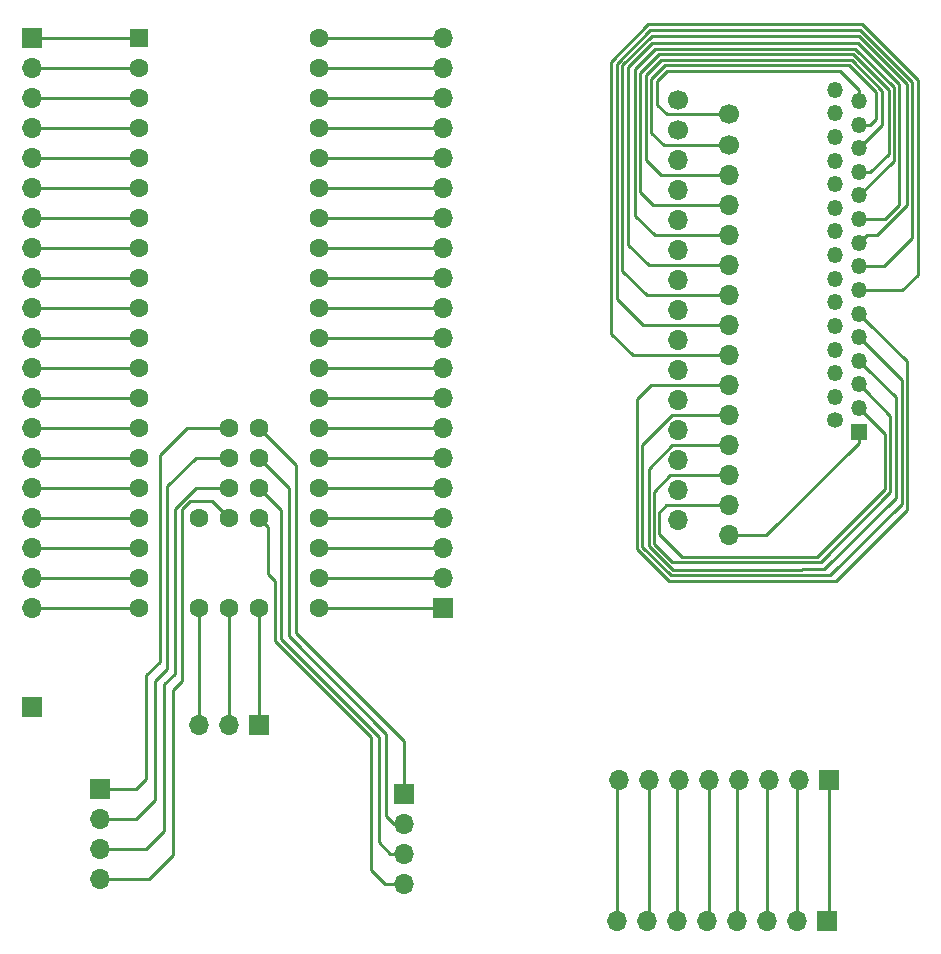
<source format=gbr>
G04 #@! TF.GenerationSoftware,KiCad,Pcbnew,(5.0.0-3-g5ebb6b6)*
G04 #@! TF.CreationDate,2020-04-03T01:15:25-07:00*
G04 #@! TF.ProjectId,keyboard,6B6579626F6172642E6B696361645F70,rev?*
G04 #@! TF.SameCoordinates,Original*
G04 #@! TF.FileFunction,Copper,L2,Bot,Signal*
G04 #@! TF.FilePolarity,Positive*
%FSLAX46Y46*%
G04 Gerber Fmt 4.6, Leading zero omitted, Abs format (unit mm)*
G04 Created by KiCad (PCBNEW (5.0.0-3-g5ebb6b6)) date Friday, April 03, 2020 at 01:15:25 AM*
%MOMM*%
%LPD*%
G01*
G04 APERTURE LIST*
G04 #@! TA.AperFunction,ComponentPad*
%ADD10R,1.700000X1.700000*%
G04 #@! TD*
G04 #@! TA.AperFunction,ComponentPad*
%ADD11O,1.700000X1.700000*%
G04 #@! TD*
G04 #@! TA.AperFunction,ComponentPad*
%ADD12C,1.600000*%
G04 #@! TD*
G04 #@! TA.AperFunction,ComponentPad*
%ADD13R,1.600000X1.600000*%
G04 #@! TD*
G04 #@! TA.AperFunction,ComponentPad*
%ADD14O,1.350000X1.350000*%
G04 #@! TD*
G04 #@! TA.AperFunction,ComponentPad*
%ADD15R,1.350000X1.350000*%
G04 #@! TD*
G04 #@! TA.AperFunction,ComponentPad*
%ADD16C,1.350000*%
G04 #@! TD*
G04 #@! TA.AperFunction,ComponentPad*
%ADD17C,1.700000*%
G04 #@! TD*
G04 #@! TA.AperFunction,Conductor*
%ADD18C,0.250000*%
G04 #@! TD*
G04 APERTURE END LIST*
D10*
G04 #@! TO.P,J2,1*
G04 #@! TO.N,Net-(J2-Pad1)*
X252349000Y-122809000D03*
D11*
G04 #@! TO.P,J2,2*
G04 #@! TO.N,Net-(J2-Pad2)*
X249809000Y-122809000D03*
G04 #@! TO.P,J2,3*
G04 #@! TO.N,Net-(J2-Pad3)*
X247269000Y-122809000D03*
G04 #@! TO.P,J2,4*
G04 #@! TO.N,Net-(J2-Pad4)*
X244729000Y-122809000D03*
G04 #@! TO.P,J2,5*
G04 #@! TO.N,Net-(J2-Pad5)*
X242189000Y-122809000D03*
G04 #@! TO.P,J2,6*
G04 #@! TO.N,Net-(J2-Pad6)*
X239649000Y-122809000D03*
G04 #@! TO.P,J2,7*
G04 #@! TO.N,Net-(J2-Pad7)*
X237109000Y-122809000D03*
G04 #@! TO.P,J2,8*
G04 #@! TO.N,Net-(J2-Pad8)*
X234569000Y-122809000D03*
G04 #@! TD*
D10*
G04 #@! TO.P,J8,1*
G04 #@! TO.N,Net-(J2-Pad1)*
X252222000Y-134747000D03*
D11*
G04 #@! TO.P,J8,2*
G04 #@! TO.N,Net-(J2-Pad2)*
X249682000Y-134747000D03*
G04 #@! TO.P,J8,3*
G04 #@! TO.N,Net-(J2-Pad3)*
X247142000Y-134747000D03*
G04 #@! TO.P,J8,4*
G04 #@! TO.N,Net-(J2-Pad4)*
X244602000Y-134747000D03*
G04 #@! TO.P,J8,5*
G04 #@! TO.N,Net-(J2-Pad5)*
X242062000Y-134747000D03*
G04 #@! TO.P,J8,6*
G04 #@! TO.N,Net-(J2-Pad6)*
X239522000Y-134747000D03*
G04 #@! TO.P,J8,7*
G04 #@! TO.N,Net-(J2-Pad7)*
X236982000Y-134747000D03*
G04 #@! TO.P,J8,8*
G04 #@! TO.N,Net-(J2-Pad8)*
X234442000Y-134747000D03*
G04 #@! TD*
D10*
G04 #@! TO.P,J3,1*
G04 #@! TO.N,Net-(J3-Pad1)*
X184912000Y-59944000D03*
D11*
G04 #@! TO.P,J3,2*
G04 #@! TO.N,Net-(J3-Pad2)*
X184912000Y-62484000D03*
G04 #@! TO.P,J3,3*
G04 #@! TO.N,Net-(J3-Pad3)*
X184912000Y-65024000D03*
G04 #@! TO.P,J3,4*
G04 #@! TO.N,Net-(J3-Pad4)*
X184912000Y-67564000D03*
G04 #@! TO.P,J3,5*
G04 #@! TO.N,Net-(J3-Pad5)*
X184912000Y-70104000D03*
G04 #@! TO.P,J3,6*
G04 #@! TO.N,Net-(J3-Pad6)*
X184912000Y-72644000D03*
G04 #@! TO.P,J3,7*
G04 #@! TO.N,Net-(J3-Pad7)*
X184912000Y-75184000D03*
G04 #@! TO.P,J3,8*
G04 #@! TO.N,Net-(J3-Pad8)*
X184912000Y-77724000D03*
G04 #@! TO.P,J3,9*
G04 #@! TO.N,Net-(J3-Pad9)*
X184912000Y-80264000D03*
G04 #@! TO.P,J3,10*
G04 #@! TO.N,Net-(J3-Pad10)*
X184912000Y-82804000D03*
G04 #@! TO.P,J3,11*
G04 #@! TO.N,Net-(J3-Pad11)*
X184912000Y-85344000D03*
G04 #@! TO.P,J3,12*
G04 #@! TO.N,Net-(J3-Pad12)*
X184912000Y-87884000D03*
G04 #@! TO.P,J3,13*
G04 #@! TO.N,Net-(J3-Pad13)*
X184912000Y-90424000D03*
G04 #@! TO.P,J3,14*
G04 #@! TO.N,Net-(J3-Pad14)*
X184912000Y-92964000D03*
G04 #@! TO.P,J3,15*
G04 #@! TO.N,Net-(J3-Pad15)*
X184912000Y-95504000D03*
G04 #@! TO.P,J3,16*
G04 #@! TO.N,Net-(J3-Pad16)*
X184912000Y-98044000D03*
G04 #@! TO.P,J3,17*
G04 #@! TO.N,Net-(J3-Pad17)*
X184912000Y-100584000D03*
G04 #@! TO.P,J3,18*
G04 #@! TO.N,Net-(J3-Pad18)*
X184912000Y-103124000D03*
G04 #@! TO.P,J3,19*
G04 #@! TO.N,Net-(J3-Pad19)*
X184912000Y-105664000D03*
G04 #@! TO.P,J3,20*
G04 #@! TO.N,Net-(J3-Pad20)*
X184912000Y-108204000D03*
G04 #@! TD*
G04 #@! TO.P,J4,20*
G04 #@! TO.N,Net-(J4-Pad20)*
X219710000Y-59944000D03*
G04 #@! TO.P,J4,19*
G04 #@! TO.N,Net-(J4-Pad19)*
X219710000Y-62484000D03*
G04 #@! TO.P,J4,18*
G04 #@! TO.N,Net-(J4-Pad18)*
X219710000Y-65024000D03*
G04 #@! TO.P,J4,17*
G04 #@! TO.N,Net-(J4-Pad17)*
X219710000Y-67564000D03*
G04 #@! TO.P,J4,16*
G04 #@! TO.N,Net-(J4-Pad16)*
X219710000Y-70104000D03*
G04 #@! TO.P,J4,15*
G04 #@! TO.N,Net-(J4-Pad15)*
X219710000Y-72644000D03*
G04 #@! TO.P,J4,14*
G04 #@! TO.N,Net-(J4-Pad14)*
X219710000Y-75184000D03*
G04 #@! TO.P,J4,13*
G04 #@! TO.N,Net-(J4-Pad13)*
X219710000Y-77724000D03*
G04 #@! TO.P,J4,12*
G04 #@! TO.N,Net-(J4-Pad12)*
X219710000Y-80264000D03*
G04 #@! TO.P,J4,11*
G04 #@! TO.N,Net-(J4-Pad11)*
X219710000Y-82804000D03*
G04 #@! TO.P,J4,10*
G04 #@! TO.N,Net-(J4-Pad10)*
X219710000Y-85344000D03*
G04 #@! TO.P,J4,9*
G04 #@! TO.N,Net-(J4-Pad9)*
X219710000Y-87884000D03*
G04 #@! TO.P,J4,8*
G04 #@! TO.N,Net-(J4-Pad8)*
X219710000Y-90424000D03*
G04 #@! TO.P,J4,7*
G04 #@! TO.N,Net-(J4-Pad7)*
X219710000Y-92964000D03*
G04 #@! TO.P,J4,6*
G04 #@! TO.N,Net-(J4-Pad6)*
X219710000Y-95504000D03*
G04 #@! TO.P,J4,5*
G04 #@! TO.N,Net-(J4-Pad5)*
X219710000Y-98044000D03*
G04 #@! TO.P,J4,4*
G04 #@! TO.N,Net-(J4-Pad4)*
X219710000Y-100584000D03*
G04 #@! TO.P,J4,3*
G04 #@! TO.N,Net-(J4-Pad3)*
X219710000Y-103124000D03*
G04 #@! TO.P,J4,2*
G04 #@! TO.N,Net-(J4-Pad2)*
X219710000Y-105664000D03*
D10*
G04 #@! TO.P,J4,1*
G04 #@! TO.N,Net-(J4-Pad1)*
X219710000Y-108204000D03*
G04 #@! TD*
G04 #@! TO.P,J5,1*
G04 #@! TO.N,Net-(J5-Pad1)*
X204089000Y-118110000D03*
D11*
G04 #@! TO.P,J5,2*
G04 #@! TO.N,Net-(J5-Pad2)*
X201549000Y-118110000D03*
G04 #@! TO.P,J5,3*
G04 #@! TO.N,Net-(J5-Pad3)*
X199009000Y-118110000D03*
G04 #@! TD*
D10*
G04 #@! TO.P,J6,1*
G04 #@! TO.N,Net-(J6-Pad1)*
X190627000Y-123571000D03*
D11*
G04 #@! TO.P,J6,2*
G04 #@! TO.N,Net-(J6-Pad2)*
X190627000Y-126111000D03*
G04 #@! TO.P,J6,3*
G04 #@! TO.N,Net-(J6-Pad3)*
X190627000Y-128651000D03*
G04 #@! TO.P,J6,4*
G04 #@! TO.N,Net-(J6-Pad4)*
X190627000Y-131191000D03*
G04 #@! TD*
G04 #@! TO.P,J9,4*
G04 #@! TO.N,Net-(J9-Pad4)*
X216408000Y-131572000D03*
G04 #@! TO.P,J9,3*
G04 #@! TO.N,Net-(J9-Pad3)*
X216408000Y-129032000D03*
G04 #@! TO.P,J9,2*
G04 #@! TO.N,Net-(J9-Pad2)*
X216408000Y-126492000D03*
D10*
G04 #@! TO.P,J9,1*
G04 #@! TO.N,Net-(J9-Pad1)*
X216408000Y-123952000D03*
G04 #@! TD*
D12*
G04 #@! TO.P,U1,9*
G04 #@! TO.N,Net-(J3-Pad9)*
X193929000Y-80264000D03*
G04 #@! TO.P,U1,10*
G04 #@! TO.N,Net-(J3-Pad10)*
X193929000Y-82804000D03*
G04 #@! TO.P,U1,11*
G04 #@! TO.N,Net-(J3-Pad11)*
X193929000Y-85344000D03*
G04 #@! TO.P,U1,8*
G04 #@! TO.N,Net-(J3-Pad8)*
X193929000Y-77724000D03*
G04 #@! TO.P,U1,7*
G04 #@! TO.N,Net-(J3-Pad7)*
X193929000Y-75184000D03*
G04 #@! TO.P,U1,6*
G04 #@! TO.N,Net-(J3-Pad6)*
X193929000Y-72644000D03*
G04 #@! TO.P,U1,5*
G04 #@! TO.N,Net-(J3-Pad5)*
X193929000Y-70104000D03*
G04 #@! TO.P,U1,4*
G04 #@! TO.N,Net-(J3-Pad4)*
X193929000Y-67564000D03*
G04 #@! TO.P,U1,3*
G04 #@! TO.N,Net-(J3-Pad3)*
X193929000Y-65024000D03*
G04 #@! TO.P,U1,2*
G04 #@! TO.N,Net-(J3-Pad2)*
X193929000Y-62484000D03*
D13*
G04 #@! TO.P,U1,1*
G04 #@! TO.N,Net-(J3-Pad1)*
X193929000Y-59944000D03*
D12*
G04 #@! TO.P,U1,12*
G04 #@! TO.N,Net-(J3-Pad12)*
X193929000Y-87884000D03*
G04 #@! TO.P,U1,13*
G04 #@! TO.N,Net-(J3-Pad13)*
X193929000Y-90424000D03*
G04 #@! TO.P,U1,14*
G04 #@! TO.N,Net-(J3-Pad14)*
X193929000Y-92964000D03*
G04 #@! TO.P,U1,15*
G04 #@! TO.N,Net-(J3-Pad15)*
X193929000Y-95504000D03*
G04 #@! TO.P,U1,16*
G04 #@! TO.N,Net-(J3-Pad16)*
X193929000Y-98044000D03*
G04 #@! TO.P,U1,17*
G04 #@! TO.N,Net-(J3-Pad17)*
X193929000Y-100584000D03*
G04 #@! TO.P,U1,18*
G04 #@! TO.N,Net-(J3-Pad18)*
X193929000Y-103124000D03*
G04 #@! TO.P,U1,19*
G04 #@! TO.N,Net-(J3-Pad19)*
X193929000Y-105664000D03*
G04 #@! TO.P,U1,20*
G04 #@! TO.N,Net-(J3-Pad20)*
X193929000Y-108204000D03*
G04 #@! TO.P,U1,21*
G04 #@! TO.N,Net-(J5-Pad3)*
X199009000Y-108204000D03*
G04 #@! TO.P,U1,22*
G04 #@! TO.N,Net-(J5-Pad2)*
X201549000Y-108204000D03*
G04 #@! TO.P,U1,23*
G04 #@! TO.N,Net-(J5-Pad1)*
X204089000Y-108204000D03*
G04 #@! TO.P,U1,24*
G04 #@! TO.N,Net-(J4-Pad1)*
X209169000Y-108204000D03*
G04 #@! TO.P,U1,25*
G04 #@! TO.N,Net-(J4-Pad2)*
X209169000Y-105664000D03*
G04 #@! TO.P,U1,26*
G04 #@! TO.N,Net-(J4-Pad3)*
X209169000Y-103124000D03*
G04 #@! TO.P,U1,27*
G04 #@! TO.N,Net-(J4-Pad4)*
X209169000Y-100584000D03*
G04 #@! TO.P,U1,28*
G04 #@! TO.N,Net-(J4-Pad5)*
X209169000Y-98044000D03*
G04 #@! TO.P,U1,29*
G04 #@! TO.N,Net-(J4-Pad6)*
X209169000Y-95504000D03*
G04 #@! TO.P,U1,30*
G04 #@! TO.N,Net-(J4-Pad7)*
X209169000Y-92964000D03*
G04 #@! TO.P,U1,31*
G04 #@! TO.N,Net-(J4-Pad8)*
X209169000Y-90424000D03*
G04 #@! TO.P,U1,32*
G04 #@! TO.N,Net-(J4-Pad9)*
X209169000Y-87884000D03*
G04 #@! TO.P,U1,33*
G04 #@! TO.N,Net-(J4-Pad10)*
X209169000Y-85344000D03*
G04 #@! TO.P,U1,34*
G04 #@! TO.N,Net-(J4-Pad11)*
X209169000Y-82804000D03*
G04 #@! TO.P,U1,35*
G04 #@! TO.N,Net-(J4-Pad12)*
X209169000Y-80264000D03*
G04 #@! TO.P,U1,36*
G04 #@! TO.N,Net-(J4-Pad13)*
X209169000Y-77724000D03*
G04 #@! TO.P,U1,37*
G04 #@! TO.N,Net-(J4-Pad14)*
X209169000Y-75184000D03*
G04 #@! TO.P,U1,38*
G04 #@! TO.N,Net-(J4-Pad15)*
X209169000Y-72644000D03*
G04 #@! TO.P,U1,39*
G04 #@! TO.N,Net-(J4-Pad16)*
X209169000Y-70104000D03*
G04 #@! TO.P,U1,40*
G04 #@! TO.N,Net-(J4-Pad17)*
X209169000Y-67564000D03*
G04 #@! TO.P,U1,41*
G04 #@! TO.N,Net-(J4-Pad18)*
X209169000Y-65024000D03*
G04 #@! TO.P,U1,42*
G04 #@! TO.N,Net-(J4-Pad19)*
X209169000Y-62484000D03*
G04 #@! TO.P,U1,43*
G04 #@! TO.N,Net-(J4-Pad20)*
X209169000Y-59944000D03*
G04 #@! TO.P,U1,44*
G04 #@! TO.N,Net-(J9-Pad1)*
X204089000Y-92964000D03*
G04 #@! TO.P,U1,45*
G04 #@! TO.N,Net-(J9-Pad2)*
X204089000Y-95504000D03*
G04 #@! TO.P,U1,46*
G04 #@! TO.N,Net-(J9-Pad3)*
X204089000Y-98044000D03*
G04 #@! TO.P,U1,47*
G04 #@! TO.N,Net-(J9-Pad4)*
X204089000Y-100584000D03*
G04 #@! TO.P,U1,48*
G04 #@! TO.N,Net-(J6-Pad1)*
X201549000Y-92964000D03*
G04 #@! TO.P,U1,49*
G04 #@! TO.N,Net-(J6-Pad2)*
X201549000Y-95504000D03*
G04 #@! TO.P,U1,50*
G04 #@! TO.N,Net-(J6-Pad3)*
X201549000Y-98044000D03*
G04 #@! TO.P,U1,51*
G04 #@! TO.N,Net-(J6-Pad4)*
X201549000Y-100584000D03*
G04 #@! TO.P,U1,52*
G04 #@! TO.N,Net-(J10-Pad1)*
X199009000Y-100584000D03*
G04 #@! TD*
D10*
G04 #@! TO.P,J10,1*
G04 #@! TO.N,Net-(J10-Pad1)*
X184912000Y-116586000D03*
G04 #@! TD*
D14*
G04 #@! TO.P,J1,27*
G04 #@! TO.N,Net-(J1-Pad27)*
X254904240Y-67294200D03*
G04 #@! TO.P,J1,25*
G04 #@! TO.N,Net-(J1-Pad25)*
X254904240Y-69294200D03*
G04 #@! TO.P,J1,23*
G04 #@! TO.N,Net-(J1-Pad23)*
X254904240Y-71294200D03*
G04 #@! TO.P,J1,21*
G04 #@! TO.N,Net-(J1-Pad21)*
X254904240Y-73294200D03*
G04 #@! TO.P,J1,19*
G04 #@! TO.N,Net-(J1-Pad19)*
X254904240Y-75294200D03*
G04 #@! TO.P,J1,17*
G04 #@! TO.N,Net-(J1-Pad17)*
X254904240Y-77294200D03*
G04 #@! TO.P,J1,15*
G04 #@! TO.N,Net-(J1-Pad15)*
X254904240Y-79294200D03*
G04 #@! TO.P,J1,13*
G04 #@! TO.N,Net-(J1-Pad13)*
X254904240Y-81294200D03*
G04 #@! TO.P,J1,11*
G04 #@! TO.N,Net-(J1-Pad11)*
X254904240Y-83294200D03*
G04 #@! TO.P,J1,9*
G04 #@! TO.N,Net-(J1-Pad9)*
X254904240Y-85294200D03*
G04 #@! TO.P,J1,7*
G04 #@! TO.N,Net-(J1-Pad7)*
X254904240Y-87294200D03*
G04 #@! TO.P,J1,5*
G04 #@! TO.N,Net-(J1-Pad5)*
X254904240Y-89294200D03*
G04 #@! TO.P,J1,3*
G04 #@! TO.N,Net-(J1-Pad3)*
X254904240Y-91294200D03*
D15*
G04 #@! TO.P,J1,1*
G04 #@! TO.N,Net-(J1-Pad1)*
X254904240Y-93294200D03*
D14*
G04 #@! TO.P,J1,14*
G04 #@! TO.N,Net-(J1-Pad14)*
X252854240Y-80344200D03*
G04 #@! TO.P,J1,28*
G04 #@! TO.N,Net-(J1-Pad28)*
X252854240Y-66344200D03*
G04 #@! TO.P,J1,12*
G04 #@! TO.N,Net-(J1-Pad12)*
X252854240Y-82344200D03*
G04 #@! TO.P,J1,10*
G04 #@! TO.N,Net-(J1-Pad10)*
X252854240Y-84344200D03*
G04 #@! TO.P,J1,22*
G04 #@! TO.N,Net-(J1-Pad22)*
X252854240Y-72344200D03*
G04 #@! TO.P,J1,24*
G04 #@! TO.N,Net-(J1-Pad24)*
X252854240Y-70344200D03*
D16*
G04 #@! TO.P,J1,2*
G04 #@! TO.N,Net-(J1-Pad2)*
X252854240Y-92344200D03*
D14*
G04 #@! TO.P,J1,18*
G04 #@! TO.N,Net-(J1-Pad18)*
X252854240Y-76344200D03*
G04 #@! TO.P,J1,4*
G04 #@! TO.N,Net-(J1-Pad4)*
X252854240Y-90344200D03*
G04 #@! TO.P,J1,26*
G04 #@! TO.N,Net-(J1-Pad26)*
X252854240Y-68344200D03*
G04 #@! TO.P,J1,20*
G04 #@! TO.N,Net-(J1-Pad20)*
X252854240Y-74344200D03*
G04 #@! TO.P,J1,6*
G04 #@! TO.N,Net-(J1-Pad6)*
X252854240Y-88344200D03*
G04 #@! TO.P,J1,16*
G04 #@! TO.N,Net-(J1-Pad16)*
X252854240Y-78344200D03*
G04 #@! TO.P,J1,8*
G04 #@! TO.N,Net-(J1-Pad8)*
X252854240Y-86344200D03*
G04 #@! TO.P,J1,30*
G04 #@! TO.N,Net-(J1-Pad30)*
X252854240Y-64344200D03*
G04 #@! TO.P,J1,29*
G04 #@! TO.N,Net-(J1-Pad29)*
X254904240Y-65294200D03*
G04 #@! TD*
D17*
G04 #@! TO.P,J7,28*
G04 #@! TO.N,Net-(J1-Pad28)*
X239537240Y-67767200D03*
D11*
G04 #@! TO.P,J7,26*
G04 #@! TO.N,Net-(J1-Pad26)*
X239537240Y-70307200D03*
G04 #@! TO.P,J7,24*
G04 #@! TO.N,Net-(J1-Pad24)*
X239537240Y-72847200D03*
G04 #@! TO.P,J7,22*
G04 #@! TO.N,Net-(J1-Pad22)*
X239537240Y-75387200D03*
G04 #@! TO.P,J7,20*
G04 #@! TO.N,Net-(J1-Pad20)*
X239537240Y-77927200D03*
G04 #@! TO.P,J7,18*
G04 #@! TO.N,Net-(J1-Pad18)*
X239537240Y-80467200D03*
G04 #@! TO.P,J7,16*
G04 #@! TO.N,Net-(J1-Pad16)*
X239537240Y-83007200D03*
G04 #@! TO.P,J7,14*
G04 #@! TO.N,Net-(J1-Pad14)*
X239537240Y-85547200D03*
G04 #@! TO.P,J7,12*
G04 #@! TO.N,Net-(J1-Pad12)*
X239537240Y-88087200D03*
G04 #@! TO.P,J7,10*
G04 #@! TO.N,Net-(J1-Pad10)*
X239537240Y-90627200D03*
G04 #@! TO.P,J7,8*
G04 #@! TO.N,Net-(J1-Pad8)*
X239537240Y-93167200D03*
G04 #@! TO.P,J7,6*
G04 #@! TO.N,Net-(J1-Pad6)*
X239537240Y-95707200D03*
G04 #@! TO.P,J7,4*
G04 #@! TO.N,Net-(J1-Pad4)*
X239537240Y-98247200D03*
G04 #@! TO.P,J7,2*
G04 #@! TO.N,Net-(J1-Pad2)*
X239537240Y-100787200D03*
G04 #@! TO.P,J7,19*
G04 #@! TO.N,Net-(J1-Pad19)*
X243887240Y-79227200D03*
G04 #@! TO.P,J7,17*
G04 #@! TO.N,Net-(J1-Pad17)*
X243887240Y-81767200D03*
G04 #@! TO.P,J7,9*
G04 #@! TO.N,Net-(J1-Pad9)*
X243887240Y-91927200D03*
G04 #@! TO.P,J7,23*
G04 #@! TO.N,Net-(J1-Pad23)*
X243887240Y-74147200D03*
G04 #@! TO.P,J7,7*
G04 #@! TO.N,Net-(J1-Pad7)*
X243887240Y-94467200D03*
G04 #@! TO.P,J7,25*
G04 #@! TO.N,Net-(J1-Pad25)*
X243887240Y-71607200D03*
G04 #@! TO.P,J7,21*
G04 #@! TO.N,Net-(J1-Pad21)*
X243887240Y-76687200D03*
D17*
G04 #@! TO.P,J7,27*
G04 #@! TO.N,Net-(J1-Pad27)*
X243887240Y-69067200D03*
D11*
G04 #@! TO.P,J7,5*
G04 #@! TO.N,Net-(J1-Pad5)*
X243887240Y-97007200D03*
G04 #@! TO.P,J7,3*
G04 #@! TO.N,Net-(J1-Pad3)*
X243887240Y-99547200D03*
G04 #@! TO.P,J7,15*
G04 #@! TO.N,Net-(J1-Pad15)*
X243887240Y-84307200D03*
G04 #@! TO.P,J7,13*
G04 #@! TO.N,Net-(J1-Pad13)*
X243887240Y-86847200D03*
G04 #@! TO.P,J7,1*
G04 #@! TO.N,Net-(J1-Pad1)*
X243887240Y-102087200D03*
G04 #@! TO.P,J7,11*
G04 #@! TO.N,Net-(J1-Pad11)*
X243887240Y-89387200D03*
D17*
G04 #@! TO.P,J7,30*
G04 #@! TO.N,Net-(J1-Pad30)*
X239537240Y-65217200D03*
G04 #@! TO.P,J7,29*
G04 #@! TO.N,Net-(J1-Pad29)*
X243887240Y-66417200D03*
G04 #@! TD*
D18*
G04 #@! TO.N,Net-(J3-Pad1)*
X193929000Y-59944000D02*
X184912000Y-59944000D01*
G04 #@! TO.N,Net-(J3-Pad2)*
X184912000Y-62484000D02*
X193929000Y-62484000D01*
G04 #@! TO.N,Net-(J3-Pad3)*
X193929000Y-65024000D02*
X184912000Y-65024000D01*
G04 #@! TO.N,Net-(J3-Pad4)*
X186114081Y-67564000D02*
X193929000Y-67564000D01*
X184912000Y-67564000D02*
X186114081Y-67564000D01*
G04 #@! TO.N,Net-(J3-Pad5)*
X193929000Y-70104000D02*
X184912000Y-70104000D01*
G04 #@! TO.N,Net-(J4-Pad1)*
X219710000Y-108204000D02*
X209169000Y-108204000D01*
G04 #@! TO.N,Net-(J4-Pad2)*
X209169000Y-105664000D02*
X219710000Y-105664000D01*
G04 #@! TO.N,Net-(J4-Pad3)*
X219710000Y-103124000D02*
X209169000Y-103124000D01*
G04 #@! TO.N,Net-(J4-Pad4)*
X209169000Y-100584000D02*
X219710000Y-100584000D01*
G04 #@! TO.N,Net-(J4-Pad5)*
X219710000Y-98044000D02*
X209169000Y-98044000D01*
G04 #@! TO.N,Net-(J4-Pad6)*
X210300370Y-95504000D02*
X219710000Y-95504000D01*
X209169000Y-95504000D02*
X210300370Y-95504000D01*
G04 #@! TO.N,Net-(J4-Pad7)*
X209169000Y-92964000D02*
X219710000Y-92964000D01*
G04 #@! TO.N,Net-(J4-Pad8)*
X218507919Y-90424000D02*
X209169000Y-90424000D01*
X219710000Y-90424000D02*
X218507919Y-90424000D01*
G04 #@! TO.N,Net-(J4-Pad9)*
X209169000Y-87884000D02*
X219710000Y-87884000D01*
G04 #@! TO.N,Net-(J4-Pad10)*
X219710000Y-85344000D02*
X209169000Y-85344000D01*
G04 #@! TO.N,Net-(J4-Pad11)*
X219710000Y-82804000D02*
X209169000Y-82804000D01*
G04 #@! TO.N,Net-(J4-Pad12)*
X210300370Y-80264000D02*
X219710000Y-80264000D01*
X209169000Y-80264000D02*
X210300370Y-80264000D01*
G04 #@! TO.N,Net-(J4-Pad13)*
X210300370Y-77724000D02*
X219710000Y-77724000D01*
X209169000Y-77724000D02*
X210300370Y-77724000D01*
G04 #@! TO.N,Net-(J4-Pad14)*
X209169000Y-75184000D02*
X219710000Y-75184000D01*
G04 #@! TO.N,Net-(J5-Pad3)*
X199009000Y-108204000D02*
X199009000Y-118110000D01*
G04 #@! TO.N,Net-(J5-Pad2)*
X201549000Y-108204000D02*
X201549000Y-118110000D01*
G04 #@! TO.N,Net-(J5-Pad1)*
X204089000Y-108204000D02*
X204089000Y-118110000D01*
G04 #@! TO.N,Net-(J6-Pad3)*
X196977000Y-113792000D02*
X196088000Y-114681000D01*
X196977000Y-99820590D02*
X196977000Y-113792000D01*
X196088000Y-127127000D02*
X194564000Y-128651000D01*
X196088000Y-114681000D02*
X196088000Y-127127000D01*
X194564000Y-128651000D02*
X190627000Y-128651000D01*
X198753590Y-98044000D02*
X196977000Y-99820590D01*
X201549000Y-98044000D02*
X198753590Y-98044000D01*
G04 #@! TO.N,Net-(J6-Pad4)*
X196850000Y-129159000D02*
X194818000Y-131191000D01*
X194818000Y-131191000D02*
X190627000Y-131191000D01*
X197612000Y-99822000D02*
X197612000Y-114427000D01*
X196850000Y-115189000D02*
X196850000Y-129159000D01*
X198247000Y-99187000D02*
X197612000Y-99822000D01*
X200152000Y-99187000D02*
X198247000Y-99187000D01*
X197612000Y-114427000D02*
X196850000Y-115189000D01*
X201549000Y-100584000D02*
X200152000Y-99187000D01*
G04 #@! TO.N,Net-(J1-Pad13)*
X235731840Y-86847200D02*
X243887240Y-86847200D01*
X233873040Y-84988400D02*
X235731840Y-86847200D01*
X233873040Y-61997170D02*
X233873040Y-84988400D01*
X259857240Y-63521170D02*
X255137070Y-58801000D01*
X237069210Y-58801000D02*
X233873040Y-61997170D01*
X254904240Y-81294200D02*
X258573040Y-81294200D01*
X259857240Y-80010000D02*
X259857240Y-63521170D01*
X258573040Y-81294200D02*
X259857240Y-80010000D01*
X255137070Y-58801000D02*
X237069210Y-58801000D01*
G04 #@! TO.N,Net-(J1-Pad11)*
X243887240Y-89387200D02*
X237246640Y-89387200D01*
X236064631Y-103211621D02*
X238821810Y-105968800D01*
X236064630Y-90569210D02*
X236064631Y-103211621D01*
X237246640Y-89387200D02*
X236064630Y-90569210D01*
X238821810Y-105968800D02*
X252948440Y-105968800D01*
X255579239Y-83969199D02*
X254904240Y-83294200D01*
X258961050Y-87351010D02*
X255579239Y-83969199D01*
X258961050Y-99956190D02*
X258961050Y-87351010D01*
X252948440Y-105968800D02*
X258961050Y-99956190D01*
G04 #@! TO.N,Net-(J1-Pad9)*
X239038238Y-91927200D02*
X236514640Y-94450798D01*
X243887240Y-91927200D02*
X239038238Y-91927200D01*
X236514640Y-103025220D02*
X238943030Y-105453610D01*
X238943030Y-105453610D02*
X252447630Y-105453610D01*
X236514640Y-94450798D02*
X236514640Y-103025220D01*
X252447630Y-105453610D02*
X258511040Y-99390200D01*
X255579239Y-85969199D02*
X254904240Y-85294200D01*
X258511040Y-88901000D02*
X255579239Y-85969199D01*
X258511040Y-99390200D02*
X258511040Y-88901000D01*
G04 #@! TO.N,Net-(J1-Pad7)*
X251932440Y-104952800D02*
X257988659Y-98896581D01*
X250052840Y-105003600D02*
X250103640Y-104952800D01*
X250103640Y-104952800D02*
X251932440Y-104952800D01*
X237087820Y-96417618D02*
X237087821Y-102961991D01*
X255579239Y-87969199D02*
X254904240Y-87294200D01*
X237087821Y-102961991D02*
X239129430Y-105003600D01*
X239129430Y-105003600D02*
X250052840Y-105003600D01*
X239038238Y-94467200D02*
X237087820Y-96417618D01*
X257988659Y-90378619D02*
X255579239Y-87969199D01*
X257988659Y-98896581D02*
X257988659Y-90378619D01*
X243887240Y-94467200D02*
X239038238Y-94467200D01*
G04 #@! TO.N,Net-(J1-Pad5)*
X243887240Y-97007200D02*
X238897640Y-97007200D01*
X237537830Y-98367010D02*
X237537830Y-102775590D01*
X238897640Y-97007200D02*
X237537830Y-98367010D01*
X239098250Y-104336010D02*
X251634830Y-104336010D01*
X237537830Y-102775590D02*
X239098250Y-104336010D01*
X257538649Y-91928609D02*
X255579239Y-89969199D01*
X257538649Y-98432191D02*
X257538649Y-91928609D01*
X255579239Y-89969199D02*
X254904240Y-89294200D01*
X251634830Y-104336010D02*
X257538649Y-98432191D01*
G04 #@! TO.N,Net-(J1-Pad3)*
X243887240Y-99547200D02*
X238592840Y-99547200D01*
X238592840Y-99547200D02*
X237987840Y-100152200D01*
X237987840Y-100152200D02*
X237987840Y-101955600D01*
X237987840Y-101955600D02*
X239918240Y-103886000D01*
X239918240Y-103886000D02*
X251373640Y-103886000D01*
X251373640Y-103886000D02*
X257088640Y-98171000D01*
X257088640Y-93478600D02*
X254904240Y-91294200D01*
X257088640Y-98171000D02*
X257088640Y-93478600D01*
G04 #@! TO.N,Net-(J1-Pad1)*
X245089321Y-102087200D02*
X243887240Y-102087200D01*
X247036240Y-102087200D02*
X245089321Y-102087200D01*
X254904240Y-94219200D02*
X247036240Y-102087200D01*
X254904240Y-93294200D02*
X254904240Y-94219200D01*
G04 #@! TO.N,Net-(J1-Pad21)*
X254560057Y-60865590D02*
X237625050Y-60865590D01*
X257843449Y-64148982D02*
X254560057Y-60865590D01*
X257843450Y-70354990D02*
X257843449Y-64148982D01*
X254904240Y-73294200D02*
X257843450Y-70354990D01*
X235912230Y-62578410D02*
X235912230Y-75013390D01*
X237625050Y-60865590D02*
X235912230Y-62578410D01*
X237586040Y-76687200D02*
X243887240Y-76687200D01*
X235912230Y-75013390D02*
X237586040Y-76687200D01*
G04 #@! TO.N,Net-(J1-Pad19)*
X235371640Y-62407800D02*
X235371640Y-77520800D01*
X237078040Y-79227200D02*
X243887240Y-79227200D01*
X254842420Y-60415580D02*
X237363860Y-60415580D01*
X258293458Y-63866618D02*
X254842420Y-60415580D01*
X235371640Y-77520800D02*
X237078040Y-79227200D01*
X258293459Y-74080781D02*
X258293458Y-63866618D01*
X237363860Y-60415580D02*
X235371640Y-62407800D01*
X257080040Y-75294200D02*
X258293459Y-74080781D01*
X254904240Y-75294200D02*
X257080040Y-75294200D01*
G04 #@! TO.N,Net-(J1-Pad25)*
X254904240Y-69294200D02*
X256834640Y-67363800D01*
X254259629Y-61837981D02*
X238100459Y-61837981D01*
X256834640Y-64412990D02*
X254259629Y-61837981D01*
X256834640Y-67363800D02*
X256834640Y-64412990D01*
X238100459Y-61837981D02*
X236819440Y-63119000D01*
X236819440Y-63119000D02*
X236819440Y-70256400D01*
X238170240Y-71607200D02*
X243887240Y-71607200D01*
X236819440Y-70256400D02*
X238170240Y-71607200D01*
G04 #@! TO.N,Net-(J1-Pad15)*
X254904240Y-79294200D02*
X256991640Y-79294200D01*
X256991640Y-79294200D02*
X259400040Y-76885800D01*
X259400040Y-63700380D02*
X255008660Y-59309000D01*
X259400040Y-76885800D02*
X259400040Y-63700380D01*
X237197620Y-59309000D02*
X234381040Y-62125580D01*
X255008660Y-59309000D02*
X237197620Y-59309000D01*
X234381040Y-62125580D02*
X234381040Y-82067400D01*
X236620840Y-84307200D02*
X243887240Y-84307200D01*
X234381040Y-82067400D02*
X236620840Y-84307200D01*
G04 #@! TO.N,Net-(J1-Pad23)*
X255858834Y-71294200D02*
X257393440Y-69759594D01*
X254904240Y-71294200D02*
X255858834Y-71294200D01*
X257393440Y-64335383D02*
X254373657Y-61315600D01*
X257393440Y-69759594D02*
X257393440Y-64335383D01*
X254373657Y-61315600D02*
X237937040Y-61315600D01*
X237937040Y-61315600D02*
X236362240Y-62890400D01*
X236362240Y-62890400D02*
X236362240Y-73025000D01*
X237484440Y-74147200D02*
X243887240Y-74147200D01*
X236362240Y-73025000D02*
X237484440Y-74147200D01*
G04 #@! TO.N,Net-(J1-Pad27)*
X255858834Y-67294200D02*
X256352040Y-66800994D01*
X254904240Y-67294200D02*
X255858834Y-67294200D01*
X256352040Y-66800994D02*
X256352040Y-64566800D01*
X238461839Y-62287991D02*
X237302040Y-63447790D01*
X254073230Y-62287990D02*
X238461839Y-62287991D01*
X256352040Y-64566800D02*
X254073230Y-62287990D01*
X237302040Y-63447790D02*
X237302040Y-67995800D01*
X238373440Y-69067200D02*
X243887240Y-69067200D01*
X237302040Y-67995800D02*
X238373440Y-69067200D01*
G04 #@! TO.N,Net-(J1-Pad17)*
X256391449Y-76619201D02*
X258917440Y-74093210D01*
X255579239Y-76619201D02*
X256391449Y-76619201D01*
X254904240Y-77294200D02*
X255579239Y-76619201D01*
X258917440Y-63854190D02*
X254880250Y-59817000D01*
X258917440Y-74093210D02*
X258917440Y-63854190D01*
X237326030Y-59817000D02*
X234863640Y-62279390D01*
X254880250Y-59817000D02*
X237326030Y-59817000D01*
X234863640Y-62279390D02*
X234863640Y-79679800D01*
X236951040Y-81767200D02*
X243887240Y-81767200D01*
X234863640Y-79679800D02*
X236951040Y-81767200D01*
G04 #@! TO.N,Net-(J2-Pad1)*
X252349000Y-134620000D02*
X252222000Y-134747000D01*
X252349000Y-122809000D02*
X252349000Y-134620000D01*
G04 #@! TO.N,Net-(J2-Pad2)*
X249682000Y-122936000D02*
X249809000Y-122809000D01*
X249682000Y-134747000D02*
X249682000Y-122936000D01*
G04 #@! TO.N,Net-(J2-Pad3)*
X247142000Y-122936000D02*
X247269000Y-122809000D01*
X247142000Y-134747000D02*
X247142000Y-122936000D01*
G04 #@! TO.N,Net-(J2-Pad4)*
X244602000Y-122936000D02*
X244729000Y-122809000D01*
X244602000Y-134747000D02*
X244602000Y-122936000D01*
G04 #@! TO.N,Net-(J2-Pad5)*
X242189000Y-134620000D02*
X242062000Y-134747000D01*
X242189000Y-122809000D02*
X242189000Y-134620000D01*
G04 #@! TO.N,Net-(J2-Pad6)*
X239522000Y-122936000D02*
X239649000Y-122809000D01*
X239522000Y-134747000D02*
X239522000Y-122936000D01*
G04 #@! TO.N,Net-(J2-Pad7)*
X237109000Y-134620000D02*
X236982000Y-134747000D01*
X237109000Y-122809000D02*
X237109000Y-134620000D01*
G04 #@! TO.N,Net-(J2-Pad8)*
X234442000Y-122936000D02*
X234569000Y-122809000D01*
X234442000Y-134747000D02*
X234442000Y-122936000D01*
G04 #@! TO.N,Net-(J9-Pad1)*
X216408000Y-119507000D02*
X216408000Y-122852000D01*
X216408000Y-122852000D02*
X216408000Y-123952000D01*
X207264000Y-96139000D02*
X207264000Y-110363000D01*
X207264000Y-110363000D02*
X216408000Y-119507000D01*
X204089000Y-92964000D02*
X207264000Y-96139000D01*
G04 #@! TO.N,Net-(J3-Pad6)*
X193929000Y-72644000D02*
X184912000Y-72644000D01*
G04 #@! TO.N,Net-(J3-Pad7)*
X192797630Y-75184000D02*
X184912000Y-75184000D01*
X193929000Y-75184000D02*
X192797630Y-75184000D01*
G04 #@! TO.N,Net-(J3-Pad8)*
X184912000Y-77724000D02*
X193929000Y-77724000D01*
G04 #@! TO.N,Net-(J3-Pad9)*
X193929000Y-80264000D02*
X184912000Y-80264000D01*
G04 #@! TO.N,Net-(J3-Pad10)*
X184912000Y-82804000D02*
X193929000Y-82804000D01*
G04 #@! TO.N,Net-(J3-Pad11)*
X193929000Y-85344000D02*
X192797630Y-85344000D01*
X193929000Y-85344000D02*
X184912000Y-85344000D01*
G04 #@! TO.N,Net-(J3-Pad12)*
X193929000Y-87884000D02*
X184912000Y-87884000D01*
G04 #@! TO.N,Net-(J3-Pad13)*
X184912000Y-90424000D02*
X193929000Y-90424000D01*
G04 #@! TO.N,Net-(J3-Pad14)*
X193929000Y-92964000D02*
X184912000Y-92964000D01*
G04 #@! TO.N,Net-(J3-Pad15)*
X193929000Y-95504000D02*
X184912000Y-95504000D01*
G04 #@! TO.N,Net-(J3-Pad16)*
X184912000Y-98044000D02*
X193929000Y-98044000D01*
G04 #@! TO.N,Net-(J3-Pad17)*
X193929000Y-100584000D02*
X184912000Y-100584000D01*
G04 #@! TO.N,Net-(J3-Pad18)*
X193929000Y-103124000D02*
X184912000Y-103124000D01*
G04 #@! TO.N,Net-(J3-Pad19)*
X184912000Y-105664000D02*
X193929000Y-105664000D01*
G04 #@! TO.N,Net-(J3-Pad20)*
X193929000Y-108204000D02*
X192797630Y-108204000D01*
X193929000Y-108204000D02*
X184912000Y-108204000D01*
G04 #@! TO.N,Net-(J4-Pad20)*
X209169000Y-59944000D02*
X219710000Y-59944000D01*
G04 #@! TO.N,Net-(J4-Pad19)*
X219710000Y-62484000D02*
X209169000Y-62484000D01*
G04 #@! TO.N,Net-(J4-Pad18)*
X209169000Y-65024000D02*
X219710000Y-65024000D01*
G04 #@! TO.N,Net-(J4-Pad17)*
X219710000Y-67564000D02*
X209169000Y-67564000D01*
G04 #@! TO.N,Net-(J4-Pad16)*
X209169000Y-70104000D02*
X219710000Y-70104000D01*
G04 #@! TO.N,Net-(J4-Pad15)*
X209169000Y-72644000D02*
X219710000Y-72644000D01*
G04 #@! TO.N,Net-(J6-Pad1)*
X194564000Y-122682000D02*
X193675000Y-123571000D01*
X195707000Y-112776000D02*
X194564000Y-113919000D01*
X195707000Y-95250000D02*
X195707000Y-112776000D01*
X193675000Y-123571000D02*
X190627000Y-123571000D01*
X197993000Y-92964000D02*
X195707000Y-95250000D01*
X194564000Y-113919000D02*
X194564000Y-122682000D01*
X201549000Y-92964000D02*
X197993000Y-92964000D01*
G04 #@! TO.N,Net-(J6-Pad2)*
X193675000Y-126111000D02*
X190627000Y-126111000D01*
X195326000Y-124460000D02*
X193675000Y-126111000D01*
X195326000Y-114427000D02*
X195326000Y-124460000D01*
X196342000Y-113411000D02*
X195326000Y-114427000D01*
X196342000Y-97917000D02*
X196342000Y-113411000D01*
X198755000Y-95504000D02*
X196342000Y-97917000D01*
X201549000Y-95504000D02*
X198755000Y-95504000D01*
G04 #@! TO.N,Net-(J9-Pad4)*
X214757000Y-131572000D02*
X215205919Y-131572000D01*
X204888999Y-105320999D02*
X205486000Y-105918000D01*
X205486000Y-110998000D02*
X213614000Y-119126000D01*
X213614000Y-119126000D02*
X213614000Y-130429000D01*
X205486000Y-105918000D02*
X205486000Y-110998000D01*
X215205919Y-131572000D02*
X216408000Y-131572000D01*
X204888999Y-101383999D02*
X204888999Y-105320999D01*
X213614000Y-130429000D02*
X214757000Y-131572000D01*
X204089000Y-100584000D02*
X204888999Y-101383999D01*
G04 #@! TO.N,Net-(J9-Pad3)*
X215205919Y-129032000D02*
X216408000Y-129032000D01*
X214249000Y-128075081D02*
X215205919Y-129032000D01*
X214249000Y-119124590D02*
X214249000Y-128075081D01*
X205994000Y-110869590D02*
X214249000Y-119124590D01*
X205994000Y-99949000D02*
X205994000Y-110869590D01*
X204089000Y-98044000D02*
X205994000Y-99949000D01*
G04 #@! TO.N,Net-(J9-Pad2)*
X216408000Y-126492000D02*
X215519000Y-126492000D01*
X215519000Y-126492000D02*
X214884000Y-125857000D01*
X214884000Y-121539000D02*
X214884000Y-121412000D01*
X214884000Y-125857000D02*
X214884000Y-121539000D01*
X214884000Y-118872000D02*
X214884000Y-121539000D01*
X206629000Y-110617000D02*
X214884000Y-118872000D01*
X206629000Y-98044000D02*
X206629000Y-110617000D01*
X204089000Y-95504000D02*
X206629000Y-98044000D01*
G04 #@! TO.N,Net-(J1-Pad29)*
X254904240Y-64339606D02*
X253302634Y-62738000D01*
X254904240Y-65294200D02*
X254904240Y-64339606D01*
X253302634Y-62738000D02*
X238648240Y-62738000D01*
X238648240Y-62738000D02*
X237810040Y-63576200D01*
X237810040Y-63576200D02*
X237810040Y-65608200D01*
X238619040Y-66417200D02*
X243887240Y-66417200D01*
X237810040Y-65608200D02*
X238619040Y-66417200D01*
G04 #@! TD*
M02*

</source>
